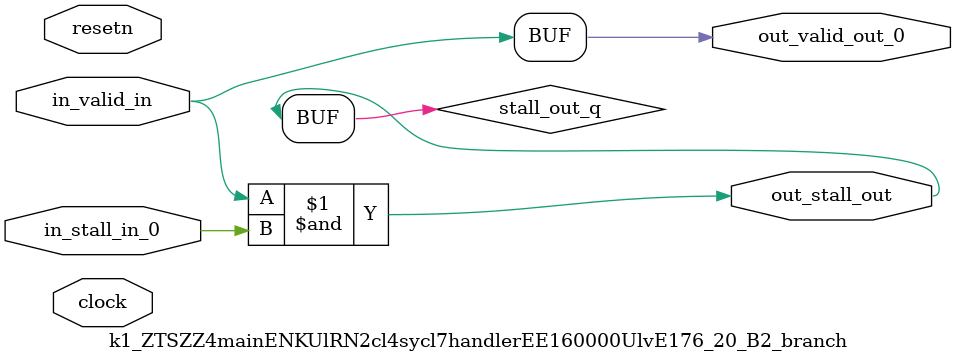
<source format=sv>



(* altera_attribute = "-name AUTO_SHIFT_REGISTER_RECOGNITION OFF; -name MESSAGE_DISABLE 10036; -name MESSAGE_DISABLE 10037; -name MESSAGE_DISABLE 14130; -name MESSAGE_DISABLE 14320; -name MESSAGE_DISABLE 15400; -name MESSAGE_DISABLE 14130; -name MESSAGE_DISABLE 10036; -name MESSAGE_DISABLE 12020; -name MESSAGE_DISABLE 12030; -name MESSAGE_DISABLE 12010; -name MESSAGE_DISABLE 12110; -name MESSAGE_DISABLE 14320; -name MESSAGE_DISABLE 13410; -name MESSAGE_DISABLE 113007; -name MESSAGE_DISABLE 10958" *)
module k1_ZTSZZ4mainENKUlRN2cl4sycl7handlerEE160000UlvE176_20_B2_branch (
    input wire [0:0] in_stall_in_0,
    input wire [0:0] in_valid_in,
    output wire [0:0] out_stall_out,
    output wire [0:0] out_valid_out_0,
    input wire clock,
    input wire resetn
    );

    wire [0:0] stall_out_q;


    // stall_out(LOGICAL,6)
    assign stall_out_q = in_valid_in & in_stall_in_0;

    // out_stall_out(GPOUT,4)
    assign out_stall_out = stall_out_q;

    // out_valid_out_0(GPOUT,5)
    assign out_valid_out_0 = in_valid_in;

endmodule

</source>
